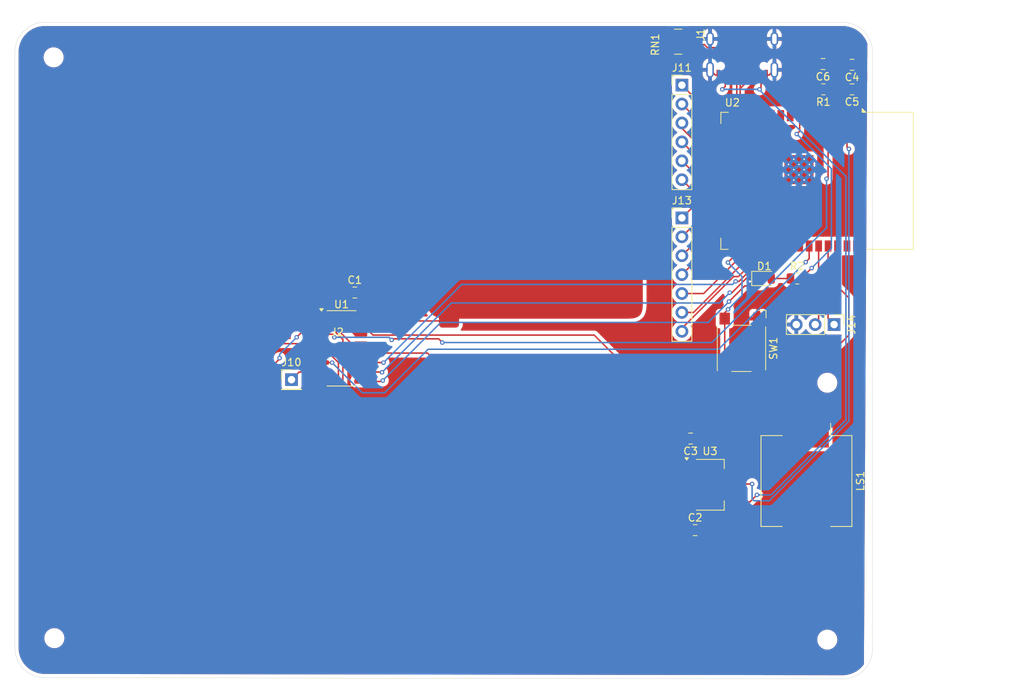
<source format=kicad_pcb>
(kicad_pcb (version 20240108) (generator "pcbnew") (generator_version "8.0")
  (layers (0 "F.Cu" signal) (31 "B.Cu" signal) (34 "B.Paste" user) (35 "F.Paste" user) (36 "B.SilkS" user "B.Silkscreen") (37 "F.SilkS" user "F.Silkscreen") (38 "B.Mask" user) (39 "F.Mask" user) (44 "Edge.Cuts" user))
  (net 0 "")
  (net 1 "VSS")
  (net 2 "VCC")
  (net 3 "+5V")
  (net 4 "Net-(U2-EN)")
  (net 5 "Net-(D1-A)")
  (net 7 "D-")
  (net 8 "D+")
  (net 10 "Net-(J1-CC1)")
  (net 11 "Net-(J1-CC2)")
  (net 12 "Net-(J2-Pin_7)")
  (net 13 "Net-(J2-Pin_8)")
  (net 14 "Net-(J2-Pin_1)")
  (net 15 "Net-(J2-Pin_3)")
  (net 16 "Net-(J2-Pin_4)")
  (net 17 "Net-(J2-Pin_6)")
  (net 18 "Net-(J2-Pin_2)")
  (net 19 "Net-(J2-Pin_5)")
  (net 20 "Net-(J10-Pin_1)")
  (net 21 "Net-(J11-Pin_1)")
  (net 22 "Net-(J11-Pin_4)")
  (net 23 "Net-(J11-Pin_6)")
  (net 24 "Net-(J11-Pin_2)")
  (net 25 "Net-(J11-Pin_3)")
  (net 26 "Net-(J11-Pin_5)")
  (net 27 "5")
  (net 28 "1")
  (net 29 "2")
  (net 30 "3")
  (net 31 "4")
  (net 32 "6")
  (net 33 "7")
  (net 34 "TX")
  (net 35 "RX")
  (net 36 "Piezo")
  (net 37 "Net-(U2-IO7)")
  (net 40 "Net-(SW1-B)")
  (net 41 "B")
  (net 42 "A")
  (net 43 "Common")
  (net 44 "Inhibit")
  (net 45 "C")
  (footprint "Connector_PinHeader_2.54mm:PinHeader_1x01_P2.54mm_Vertical" (layer "F.Cu") (at 123.145785 122.987575)
    (property "Reference" "J10")
    (property "Value" "Conn_01x01")
  )
  (footprint "Buzzer_Beeper:Buzzer_Mallory_AST1240MLQ" (layer "F.Cu") (at 192.3 136.6 -90)
    (property "Reference" "LS1")
    (property "Value" "Speaker")
  )
  (footprint "Button_Switch_SMD:SW_SPST_Omron_B3FS-100xP" (layer "F.Cu") (at 183.575 118.785 -90)
    (property "Reference" "SW1")
    (property "Value" "SW_SPST")
  )
  (footprint "Capacitor_SMD:C_0805_2012Metric" (layer "F.Cu") (at 194.525 80.6)
    (property "Reference" "C6")
    (property "Value" "C_Small")
  )
  (footprint "MountingHole:MountingHole_2.2mm_M2" (layer "F.Cu") (at 195.1 157.9)
    (property "Reference" "H3" (hide yes))
    (property "Value" "MountingHole")
  )
  (footprint "Connector_PinHeader_2.54mm:PinHeader_1x06_P2.54mm_Vertical" (layer "F.Cu") (at 175.575 83.435)
    (property "Reference" "J11")
    (property "Value" "Conn_01x06")
  )
  (footprint "MountingHole:MountingHole_2.2mm_M2" (layer "F.Cu") (at 91.2 79.7)
    (property "Reference" "H1" (hide yes))
    (property "Value" "MountingHole")
  )
  (footprint "Package_SO:SO-16_3.9x9.9mm_P1.27mm" (layer "F.Cu") (at 129.870785 118.782575)
    (property "Reference" "U1")
    (property "Value" "CD4051B")
  )
  (footprint "MountingHole:MountingHole_2.2mm_M2" (layer "F.Cu") (at 195.1 123.4)
    (property "Reference" "H4" (hide yes))
    (property "Value" "MountingHole")
  )
  (footprint "Capacitor_SMD:C_0805_2012Metric" (layer "F.Cu") (at 198.425 84 180)
    (property "Reference" "C5")
    (property "Value" "22uF")
  )
  (footprint "MountingHole:MountingHole_2.2mm_M2" (layer "F.Cu") (at 91.3 157.7)
    (property "Reference" "H2" (hide yes))
    (property "Value" "MountingHole")
  )
  (footprint "Capacitor_SMD:C_0805_2012Metric" (layer "F.Cu") (at 131.645785 111.287575)
    (property "Reference" "C1")
    (property "Value" "C_Small")
  )
  (footprint "Connector_PinHeader_2.54mm:PinHeader_1x07_P2.54mm_Vertical" (layer "F.Cu") (at 175.575 101.26)
    (property "Reference" "J13")
    (property "Value" "Conn_01x07")
  )
  (footprint "UE_USB:USB_C_Receptical-Jing" (layer "F.Cu") (at 183.675 81.3725 180)
    (property "Reference" "J1")
    (property "Value" "USB_C_Receptacle")
  )
  (footprint "Resistor_SMD:R_0805_2012Metric" (layer "F.Cu") (at 194.575 84)
    (property "Reference" "R1")
    (property "Value" "R_Small")
  )
  (footprint "Connector_PinHeader_2.54mm:PinHeader_1x03_P2.54mm_Vertical" (layer "F.Cu") (at 196.015 115.585 -90)
    (property "Reference" "J14")
    (property "Value" "Conn_01x03")
  )
  (footprint "Capacitor_SMD:C_0805_2012Metric" (layer "F.Cu") (at 176.75 130.9 180)
    (property "Reference" "C3")
    (property "Value" "10u")
  )
  (footprint "RF_Module:ESP32-S3-WROOM-1" (layer "F.Cu") (at 193.755 96.285 -90)
    (property "Reference" "U2")
    (property "Value" "ESP32-S3-WROOM-1")
  )
  (footprint "Resistor_SMD:R_0805_2012Metric" (layer "F.Cu") (at 191.0625 109.4)
    (property "Reference" "R2")
    (property "Value" "R_Small")
  )
  (footprint "Capacitor_SMD:C_0805_2012Metric" (layer "F.Cu") (at 198.425 80.7 180)
    (property "Reference" "C4")
    (property "Value" "100nF")
  )
  (footprint "Capacitor_SMD:C_0805_2012Metric" (layer "F.Cu") (at 177.35 143.2)
    (property "Reference" "C2")
    (property "Value" "10u")
  )
  (footprint "LED_SMD:LED_0805_2012Metric" (layer "F.Cu") (at 186.6375 109.4)
    (property "Reference" "D1")
    (property "Value" "LED_Small")
  )
  (footprint "Resistor_SMD:R_Array_Convex_4x0603" (layer "F.Cu") (at 175.075 77.6)
    (property "Reference" "RN1")
    (property "Value" "5.1k")
  )
  (footprint "Package_TO_SOT_SMD:SOT-223-3_TabPin2" (layer "F.Cu") (at 179.35 137.1)
    (property "Reference" "U3")
    (property "Value" "TLV1117-33")
  )
  (footprint "UE_Buttons:8CapDemo" (layer "F.Cu") (at 129.3 117.1)
    (property "Reference" "J2")
    (property "Value" "Conn_01x08")
  )
  (gr_line (start 197.171573 163.171573) (end 90 163) (stroke (width 0.05)) (layer "Edge.Cuts"))
  (gr_line (start 86 159) (end 86 79) (stroke (width 0.05)) (layer "Edge.Cuts"))
  (gr_arc (start 90 163) (mid 87.171573 161.828427) (end 86 159) (stroke (width 0.05)) (layer "Edge.Cuts"))
  (gr_line (start 201.171573 79) (end 201.171573 159.171573) (stroke (width 0.05)) (layer "Edge.Cuts"))
  (gr_arc (start 197.171573 75) (mid 200 76.171573) (end 201.171573 79) (stroke (width 0.05)) (layer "Edge.Cuts"))
  (gr_line (start 90 75) (end 197.171573 75) (stroke (width 0.05)) (layer "Edge.Cuts"))
  (gr_arc (start 86 79) (mid 87.171573 76.171573) (end 90 75) (stroke (width 0.05)) (layer "Edge.Cuts"))
  (gr_arc (start 201.171573 159.171573) (mid 200 162) (end 197.171573 163.171573) (stroke (width 0.05)) (layer "Edge.Cuts"))
  (segment (start 180.055 82.0725) (end 179.355 81.3725) (width 0.2) (layer "F.Cu") (net 1))
  (segment (start 185.7 109.4) (end 185.1 109.4) (width 0.2) (layer "F.Cu") (net 1))
  (segment (start 187.295 82.0725) (end 187.995 81.3725) (width 0.2) (layer "F.Cu") (net 1))
  (segment (start 186.75 82.0725) (end 187.295 82.0725) (width 0.2) (layer "F.Cu") (net 1))
  (segment (start 185.1 109.4) (end 184.7 109.8) (width 0.2) (layer "F.Cu") (net 1))
  (segment (start 180.6 82.0725) (end 180.055 82.0725) (width 0.2) (layer "F.Cu") (net 1))
  (via (at 184.7 109.8) (size 0.6) (drill 0.3) (layers "F.Cu" "B.Cu") (net 1))
  (segment (start 185 137) (end 182.6 137) (width 0.2) (layer "F.Cu") (net 2))
  (segment (start 177.7 135.8) (end 179 137.1) (width 0.2) (layer "F.Cu") (net 2))
  (segment (start 197.475 84) (end 197.475 84.275) (width 0.2) (layer "F.Cu") (net 2))
  (segment (start 197.745 84.545) (end 197.745 87.535) (width 0.2) (layer "F.Cu") (net 2))
  (segment (start 197.475 84.275) (end 197.745 84.545) (width 0.2) (layer "F.Cu") (net 2))
  (segment (start 194.990256 79.575) (end 194.375 80.190256) (width 0.2) (layer "F.Cu") (net 2))
  (segment (start 179 137.1) (end 182.5 137.1) (width 0.2) (layer "F.Cu") (net 2))
  (segment (start 131.270785 115.948127) (end 131.270785 114.637576) (width 0.2) (layer "F.Cu") (net 2))
  (segment (start 182.6 137) (end 182.5 137.1) (width 0.2) (layer "F.Cu") (net 2))
  (segment (start 177.7 130.9) (end 163.8 117) (width 0.2) (layer "F.Cu") (net 2))
  (segment (start 197.745 87.535) (end 197.745 91.745) (width 0.2) (layer "F.Cu") (net 2))
  (segment (start 176.2 137.1) (end 179 137.1) (width 0.2) (layer "F.Cu") (net 2))
  (segment (start 132.445785 111.437575) (end 132.595785 111.287575) (width 0.2) (layer "F.Cu") (net 2))
  (segment (start 197.745 91.745) (end 198 92) (width 0.2) (layer "F.Cu") (net 2))
  (segment (start 133.291337 116.207575) (end 131.530233 116.207575) (width 0.2) (layer "F.Cu") (net 2))
  (segment (start 197.475 80.7) (end 196.35 79.575) (width 0.2) (layer "F.Cu") (net 2))
  (segment (start 132.445785 114.337575) (end 132.445785 111.437575) (width 0.2) (layer "F.Cu") (net 2))
  (segment (start 163.8 117) (end 134.083762 117) (width 0.2) (layer "F.Cu") (net 2))
  (segment (start 196.35 79.575) (end 194.990256 79.575) (width 0.2) (layer "F.Cu") (net 2))
  (segment (start 131.530233 116.207575) (end 131.270785 115.948127) (width 0.2) (layer "F.Cu") (net 2))
  (segment (start 177.7 130.9) (end 177.7 135.8) (width 0.2) (layer "F.Cu") (net 2))
  (segment (start 197.475 80.7) (end 197.475 84) (width 0.2) (layer "F.Cu") (net 2))
  (segment (start 134.083762 117) (end 133.291337 116.207575) (width 0.2) (layer "F.Cu") (net 2))
  (segment (start 131.570786 114.337575) (end 132.445785 114.337575) (width 0.2) (layer "F.Cu") (net 2))
  (segment (start 194.375 83.2875) (end 193.6625 84) (width 0.2) (layer "F.Cu") (net 2))
  (segment (start 194.375 80.190256) (end 194.375 83.2875) (width 0.2) (layer "F.Cu") (net 2))
  (segment (start 131.270785 114.637576) (end 131.570786 114.337575) (width 0.2) (layer "F.Cu") (net 2))
  (via (at 185 137) (size 0.6) (drill 0.3) (layers "F.Cu" "B.Cu") (net 2))
  (via (at 198 92) (size 0.6) (drill 0.3) (layers "F.Cu" "B.Cu") (net 2))
  (segment (start 185 139) (end 185 137) (width 0.2) (layer "B.Cu") (net 2))
  (segment (start 198 92) (end 198 128.565686) (width 0.2) (layer "B.Cu") (net 2))
  (segment (start 198 128.565686) (end 187.317157 139.248529) (width 0.2) (layer "B.Cu") (net 2))
  (segment (start 187.317157 139.248529) (end 185.248529 139.248529) (width 0.2) (layer "B.Cu") (net 2))
  (segment (start 185.248529 139.248529) (end 185 139) (width 0.2) (layer "B.Cu") (net 2))
  (segment (start 186.2 82.0725) (end 186.2 83.8) (width 0.2) (layer "F.Cu") (net 3))
  (segment (start 181.4 83.6) (end 181.4 82.0725) (width 0.2) (layer "F.Cu") (net 3))
  (segment (start 184.709171 139.4) (end 185.65 138.459171) (width 0.2) (layer "F.Cu") (net 3))
  (segment (start 186.2 83.8) (end 186 84) (width 0.2) (layer "F.Cu") (net 3))
  (segment (start 176.2 139.4) (end 184.709171 139.4) (width 0.2) (layer "F.Cu") (net 3))
  (segment (start 181 84) (end 181.4 83.6) (width 0.2) (layer "F.Cu") (net 3))
  (segment (start 176.2 139.4) (end 176.2 143) (width 0.2) (layer "F.Cu") (net 3))
  (segment (start 176.2 143) (end 176.4 143.2) (width 0.2) (layer "F.Cu") (net 3))
  (via (at 181 84) (size 0.6) (drill 0.3) (layers "F.Cu" "B.Cu") (net 3))
  (via (at 186 84) (size 0.6) (drill 0.3) (layers "F.Cu" "B.Cu") (net 3))
  (via (at 185.65 138.459171) (size 0.6) (drill 0.3) (layers "F.Cu" "B.Cu") (net 3))
  (segment (start 181 84) (end 185.919239 84) (width 0.2) (layer "B.Cu") (net 3))
  (segment (start 186 84) (end 181 84) (width 0.2) (layer "B.Cu") (net 3))
  (segment (start 187.540829 138.459171) (end 185.65 138.459171) (width 0.2) (layer "B.Cu") (net 3))
  (segment (start 185.919239 84) (end 197.6 95.680761) (width 0.2) (layer "B.Cu") (net 3))
  (segment (start 197.6 128.4) (end 187.540829 138.459171) (width 0.2) (layer "B.Cu") (net 3))
  (segment (start 197.6 95.680761) (end 197.6 128.4) (width 0.2) (layer "B.Cu") (net 3))
  (segment (start 195.4875 84) (end 196.475 84.9875) (width 0.2) (layer "F.Cu") (net 4))
  (segment (start 195.475 83.9875) (end 195.4875 84) (width 0.2) (layer "F.Cu") (net 4))
  (segment (start 195.475 80.6) (end 195.475 83.9875) (width 0.2) (layer "F.Cu") (net 4))
  (segment (start 196.475 84.9875) (end 196.475 87.535) (width 0.2) (layer "F.Cu") (net 4))
  (segment (start 187.575 109.4) (end 190.15 109.4) (width 0.2) (layer "F.Cu") (net 5))
  (segment (start 183.4 83.147501) (end 183.4 83.885) (width 0.2) (layer "F.Cu") (net 7))
  (segment (start 184.425 82.0725) (end 184.425 82.86) (width 0.2) (layer "F.Cu") (net 7))
  (segment (start 184.425 82.86) (end 183.4 83.885) (width 0.2) (layer "F.Cu") (net 7))
  (segment (start 183.425 82.0725) (end 183.425 83.122501) (width 0.2) (layer "F.Cu") (net 7))
  (segment (start 183.365 86.474348) (end 183.365 86.825) (width 0.2) (layer "F.Cu") (net 7))
  (segment (start 183.775 87.235) (end 183.775 87.535) (width 0.2) (layer "F.Cu") (net 7))
  (segment (start 183.365 86.825) (end 183.775 87.235) (width 0.2) (layer "F.Cu") (net 7))
  (segment (start 183.425 83.122501) (end 183.4 83.147501) (width 0.2) (layer "F.Cu") (net 7))
  (segment (start 183.4 86.439348) (end 183.365 86.474348) (width 0.2) (layer "F.Cu") (net 7))
  (segment (start 183.4 83.885) (end 183.4 86.439348) (width 0.2) (layer "F.Cu") (net 7))
  (segment (start 182.925 82.0725) (end 182.925 81.235) (width 0.2) (layer "F.Cu") (net 8))
  (segment (start 182.95 83.147501) (end 182.95 86.267142) (width 0.2) (layer "F.Cu") (net 8))
  (segment (start 183.925 81.1475) (end 183.925 82.0725) (width 0.2) (layer "F.Cu") (net 8))
  (segment (start 182.915 86.825) (end 182.505 87.235) (width 0.2) (layer "F.Cu") (net 8))
  (segment (start 183.275 80.885) (end 183.6625 80.885) (width 0.2) (layer "F.Cu") (net 8))
  (segment (start 183.6625 80.885) (end 183.925 81.1475) (width 0.2) (layer "F.Cu") (net 8))
  (segment (start 182.925 82.0725) (end 182.925 83.122501) (width 0.2) (layer "F.Cu") (net 8))
  (segment (start 182.925 81.235) (end 183.275 80.885) (width 0.2) (layer "F.Cu") (net 8))
  (segment (start 182.505 87.235) (end 182.505 87.535) (width 0.2) (layer "F.Cu") (net 8))
  (segment (start 182.915 86.302142) (end 182.915 86.825) (width 0.2) (layer "F.Cu") (net 8))
  (segment (start 182.95 86.267142) (end 182.915 86.302142) (width 0.2) (layer "F.Cu") (net 8))
  (segment (start 182.925 83.122501) (end 182.95 83.147501) (width 0.2) (layer "F.Cu") (net 8))
  (segment (start 179.686371 78.4225) (end 179.708871 78.4) (width 0.2) (layer "F.Cu") (net 10))
  (segment (start 184.925 79.325) (end 184.925 82.0725) (width 0.2) (layer "F.Cu") (net 10))
  (segment (start 178.601129 78) (end 179.023629 78.4225) (width 0.2) (layer "F.Cu") (net 10))
  (segment (start 179.708871 78.4) (end 184 78.4) (width 0.2) (layer "F.Cu") (net 10))
  (segment (start 184 78.4) (end 184.925 79.325) (width 0.2) (layer "F.Cu") (net 10))
  (segment (start 175.975 78) (end 178.601129 78) (width 0.2) (layer "F.Cu") (net 10))
  (segment (start 179.023629 78.4225) (end 179.686371 78.4225) (width 0.2) (layer "F.Cu") (net 10))
  (segment (start 176.175 79) (end 181.1 79) (width 0.2) (layer "F.Cu") (net 11))
  (segment (start 181.1 79) (end 181.925 79.825) (width 0.2) (layer "F.Cu") (net 11))
  (segment (start 175.975 78.8) (end 176.175 79) (width 0.2) (layer "F.Cu") (net 11))
  (segment (start 181.925 79.825) (end 181.925 82.0725) (width 0.2) (layer "F.Cu") (net 11))
  (segment (start 115.3 123.3) (end 118.43336 123.3) (width 0.2) (layer "F.Cu") (net 12))
  (segment (start 121.345785 120.387575) (end 121.545785 120.187575) (width 0.2) (layer "F.Cu") (net 12))
  (segment (start 123.845785 117.287575) (end 125.525785 115.607575) (width 0.2) (layer "F.Cu") (net 12))
  (segment (start 118.43336 123.3) (end 121.345785 120.387575) (width 0.2) (layer "F.Cu") (net 12))
  (segment (start 125.525785 115.607575) (end 127.295785 115.607575) (width 0.2) (layer "F.Cu") (net 12))
  (segment (start 121.545785 120.187575) (end 121.545785 120.087575) (width 0.2) (layer "F.Cu") (net 12))
  (via (at 121.545785 120.087575) (size 0.6) (drill 0.3) (layers "F.Cu" "B.Cu") (net 12))
  (via (at 123.845785 117.287575) (size 0.6) (drill 0.3) (layers "F.Cu" "B.Cu") (net 12))
  (segment (start 121.545785 119.587575) (end 123.845785 117.287575) (width 0.2) (layer "B.Cu") (net 12))
  (segment (start 121.545785 120.087575) (end 121.545785 119.587575) (width 0.2) (layer "B.Cu") (net 12))
  (segment (start 127.295785 118.147575) (end 119.345606 118.147575) (width 0.2) (layer "F.Cu") (net 13))
  (segment (start 119.345606 118.147575) (end 116.300017 115.101986) (width 0.2) (layer "F.Cu") (net 13))
  (segment (start 129.545785 116.487575) (end 131.205785 118.147575) (width 0.2) (layer "F.Cu") (net 14))
  (segment (start 129.545785 107.545785) (end 129.545785 116.487575) (width 0.2) (layer "F.Cu") (net 14))
  (segment (start 131.205785 118.147575) (end 132.445785 118.147575) (width 0.2) (layer "F.Cu") (net 14))
  (segment (start 126.1 104.1) (end 129.545785 107.545785) (width 0.2) (layer "F.Cu") (net 14))
  (segment (start 132.445785 115.607575) (end 132.950791 115.102569) (width 0.2) (layer "F.Cu") (net 15))
  (segment (start 132.950791 115.102569) (end 144.3 115.102569) (width 0.2) (layer "F.Cu") (net 15))
  (segment (start 141.417575 119.417575) (end 132.445785 119.417575) (width 0.2) (layer "F.Cu") (net 16))
  (segment (start 145.3 123.3) (end 141.417575 119.417575) (width 0.2) (layer "F.Cu") (net 16))
  (segment (start 129.445785 130.754215) (end 126.1 134.1) (width 0.2) (layer "F.Cu") (net 17))
  (segment (start 127.295785 119.417575) (end 128.170784 119.417575) (width 0.2) (layer "F.Cu") (net 17))
  (segment (start 128.170784 119.417575) (end 129.445785 120.692576) (width 0.2) (layer "F.Cu") (net 17))
  (segment (start 129.445785 120.692576) (end 129.445785 130.754215) (width 0.2) (layer "F.Cu") (net 17))
  (segment (start 131.495785 112.887575) (end 130.645785 113.737575) (width 0.2) (layer "F.Cu") (net 18))
  (segment (start 130.645785 113.737575) (end 130.645785 115.952574) (width 0.2) (layer "F.Cu") (net 18))
  (segment (start 131.495785 106.904215) (end 131.495785 112.887575) (width 0.2) (layer "F.Cu") (net 18))
  (segment (start 131.570786 116.877575) (end 132.445785 116.877575) (width 0.2) (layer "F.Cu") (net 18))
  (segment (start 134.3 104.1) (end 131.495785 106.904215) (width 0.2) (layer "F.Cu") (net 18))
  (segment (start 130.645785 115.952574) (end 131.570786 116.877575) (width 0.2) (layer "F.Cu") (net 18))
  (segment (start 127.995785 114.337575) (end 127.295785 114.337575) (width 0.2) (layer "F.Cu") (net 19))
  (segment (start 130.045785 129.845785) (end 130.045785 117.587575) (width 0.2) (layer "F.Cu") (net 19))
  (segment (start 129.145785 115.487575) (end 127.995785 114.337575) (width 0.2) (layer "F.Cu") (net 19))
  (segment (start 130.045785 117.587575) (end 129.145785 116.687575) (width 0.2) (layer "F.Cu") (net 19))
  (segment (start 134.3 134.1) (end 130.045785 129.845785) (width 0.2) (layer "F.Cu") (net 19))
  (segment (start 129.145785 116.687575) (end 129.145785 115.487575) (width 0.2) (layer "F.Cu") (net 19))
  (segment (start 127.295785 121.957575) (end 124.175785 121.957575) (width 0.2) (layer "F.Cu") (net 20))
  (segment (start 124.175785 121.957575) (end 123.145785 122.987575) (width 0.2) (layer "F.Cu") (net 20))
  (segment (start 180.305 91.84) (end 181.255 91.84) (width 0.2) (layer "F.Cu") (net 21))
  (segment (start 178.7 86.56) (end 178.7 90.235) (width 0.2) (layer "F.Cu") (net 21))
  (segment (start 178.7 90.235) (end 180.305 91.84) (width 0.2) (layer "F.Cu") (net 21))
  (segment (start 175.575 83.435) (end 178.7 86.56) (width 0.2) (layer "F.Cu") (net 21))
  (segment (start 175.575 91.055) (end 180.17 95.65) (width 0.2) (layer "F.Cu") (net 22))
  (segment (start 180.17 95.65) (end 181.255 95.65) (width 0.2) (layer "F.Cu") (net 22))
  (segment (start 175.575 96.135) (end 177.63 98.19) (width 0.2) (layer "F.Cu") (net 23))
  (segment (start 177.63 98.19) (end 181.255 98.19) (width 0.2) (layer "F.Cu") (net 23))
  (segment (start 175.575 85.975) (end 178.3 88.7) (width 0.2) (layer "F.Cu") (net 24))
  (segment (start 180.305 93.11) (end 181.255 93.11) (width 0.2) (layer "F.Cu") (net 24))
  (segment (start 178.3 91.105) (end 180.305 93.11) (width 0.2) (layer "F.Cu") (net 24))
  (segment (start 178.3 88.7) (end 178.3 91.105) (width 0.2) (layer "F.Cu") (net 24))
  (segment (start 175.575 89.23) (end 180.725 94.38) (width 0.2) (layer "F.Cu") (net 25))
  (segment (start 180.725 94.38) (end 181.255 94.38) (width 0.2) (layer "F.Cu") (net 25))
  (segment (start 175.575 88.515) (end 175.575 89.23) (width 0.2) (layer "F.Cu") (net 25))
  (segment (start 178.9 96.92) (end 181.255 96.92) (width 0.2) (layer "F.Cu") (net 26))
  (segment (start 175.575 93.595) (end 178.9 96.92) (width 0.2) (layer "F.Cu") (net 26))
  (segment (start 183.775 106.144239) (end 183.775 105.035) (width 0.2) (layer "F.Cu") (net 27))
  (segment (start 178.499239 111.42) (end 183.775 106.144239) (width 0.2) (layer "F.Cu") (net 27))
  (segment (start 175.575 111.42) (end 178.499239 111.42) (width 0.2) (layer "F.Cu") (net 27))
  (segment (start 177.375 99.46) (end 181.255 99.46) (width 0.2) (layer "F.Cu") (net 28))
  (segment (start 175.575 101.26) (end 177.375 99.46) (width 0.2) (layer "F.Cu") (net 28))
  (segment (start 178.645 100.73) (end 181.255 100.73) (width 0.2) (layer "F.Cu") (net 29))
  (segment (start 175.575 103.8) (end 178.645 100.73) (width 0.2) (layer "F.Cu") (net 29))
  (segment (start 179.915 102) (end 181.255 102) (width 0.2) (layer "F.Cu") (net 30))
  (segment (start 175.575 106.34) (end 179.915 102) (width 0.2) (layer "F.Cu") (net 30))
  (segment (start 175.575 108.88) (end 181.185 103.27) (width 0.2) (layer "F.Cu") (net 31))
  (segment (start 181.185 103.27) (end 181.255 103.27) (width 0.2) (layer "F.Cu") (net 31))
  (segment (start 175.575 113.96) (end 177.135835 113.96) (width 0.2) (layer "F.Cu") (net 32))
  (segment (start 185.045 106.050835) (end 185.045 105.035) (width 0.2) (layer "F.Cu") (net 32))
  (segment (start 177.135835 113.96) (end 185.045 106.050835) (width 0.2) (layer "F.Cu") (net 32))
  (segment (start 186.315 105.985) (end 186.315 105.035) (width 0.2) (layer "F.Cu") (net 33))
  (segment (start 183.15962 109.14038) (end 186.315 105.985) (width 0.2) (layer "F.Cu") (net 33))
  (segment (start 175.575 116.5) (end 175.575 116.086521) (width 0.2) (layer "F.Cu") (net 33))
  (segment (start 175.575 116.086521) (end 182.521141 109.14038) (width 0.2) (layer "F.Cu") (net 33))
  (segment (start 182.521141 109.14038) (end 183.15962 109.14038) (width 0.2) (layer "F.Cu") (net 33))
  (segment (start 196.015 115.585) (end 195.205 114.775) (width 0.2) (layer "F.Cu") (net 34))
  (segment (start 195.205 114.775) (end 195.205 105.035) (width 0.2) (layer "F.Cu") (net 34))
  (segment (start 193.475 115.585) (end 193.935 115.125) (width 0.2) (layer "F.Cu") (net 35))
  (segment (start 193.935 115.125) (end 193.935 105.035) (width 0.2) (layer "F.Cu") (net 35))
  (segment (start 198 112) (end 196.475 110.475) (width 0.2) (layer "F.Cu") (net 36))
  (segment (start 192.3 122.7) (end 198 117) (width 0.2) (layer "F.Cu") (net 36))
  (segment (start 198 117) (end 198 112) (width 0.2) (layer "F.Cu") (net 36))
  (segment (start 192.3 130.6) (end 192.3 122.7) (width 0.2) (layer "F.Cu") (net 36))
  (segment (start 196.475 110.475) (end 196.475 105.035) (width 0.2) (layer "F.Cu") (net 36))
  (segment (start 191.975 109.025) (end 193 108) (width 0.2) (layer "F.Cu") (net 37))
  (segment (start 191 90) (end 191.395 89.605) (width 0.2) (layer "F.Cu") (net 37))
  (segment (start 191.975 109.4) (end 191.975 109.025) (width 0.2) (layer "F.Cu") (net 37))
  (segment (start 191.395 89.605) (end 191.395 87.535) (width 0.2) (layer "F.Cu") (net 37))
  (via (at 193 108) (size 0.6) (drill 0.3) (layers "F.Cu" "B.Cu") (net 37))
  (via (at 191 90) (size 0.6) (drill 0.3) (layers "F.Cu" "B.Cu") (net 37))
  (segment (start 195.65 105.35) (end 195.65 94.65) (width 0.2) (layer "B.Cu") (net 37))
  (segment (start 193 108) (end 195.65 105.35) (width 0.2) (layer "B.Cu") (net 37))
  (segment (start 195.65 94.65) (end 191 90) (width 0.2) (layer "B.Cu") (net 37))
  (segment (start 182.505 105.035) (end 182.505 106.495) (width 0.2) (layer "F.Cu") (net 40))
  (segment (start 181.325 114.785) (end 181.325 122.785) (width 0.2) (layer "F.Cu") (net 40))
  (segment (start 182.505 106.495) (end 181.75 107.25) (width 0.2) (layer "F.Cu") (net 40))
  (segment (start 181.325 114.785) (end 181.325 113.994239) (width 0.2) (layer "F.Cu") (net 40))
  (segment (start 181.325 113.994239) (end 181.772257 113.546982) (width 0.2) (layer "F.Cu") (net 40))
  (via (at 181.75 107.25) (size 0.6) (drill 0.3) (layers "F.Cu" "B.Cu") (net 40))
  (via (at 181.772257 113.546982) (size 0.6) (drill 0.3) (layers "F.Cu" "B.Cu") (net 40))
  (segment (start 181.772257 113.546982) (end 183.65 111.669239) (width 0.2) (layer "B.Cu") (net 40))
  (segment (start 183.65 111.669239) (end 183.65 109.15) (width 0.2) (layer "B.Cu") (net 40))
  (segment (start 183.65 109.15) (end 181.75 107.25) (width 0.2) (layer "B.Cu") (net 40))
  (segment (start 182 111.3) (end 182.3 111.3) (width 0.2) (layer "F.Cu") (net 41))
  (segment (start 187.3 107) (end 188.855 105.445) (width 0.2) (layer "F.Cu") (net 41))
  (segment (start 135.257575 121.957575) (end 135.3 122) (width 0.2) (layer "F.Cu") (net 41))
  (segment (start 186.6 107) (end 187.3 107) (width 0.2) (layer "F.Cu") (net 41))
  (segment (start 132.445785 121.957575) (end 135.257575 121.957575) (width 0.2) (layer "F.Cu") (net 41))
  (segment (start 188.855 105.445) (end 188.855 105.035) (width 0.2) (layer "F.Cu") (net 41))
  (segment (start 182.3 111.3) (end 186.6 107) (width 0.2) (layer "F.Cu") (net 41))
  (via (at 135.3 122) (size 0.6) (drill 0.3) (layers "F.Cu" "B.Cu") (net 41))
  (via (at 182 111.3) (size 0.6) (drill 0.3) (layers "F.Cu" "B.Cu") (net 41))
  (segment (start 135.3 122) (end 144.610002 112.689998) (width 0.2) (layer "B.Cu") (net 41))
  (segment (start 144.610002 112.689998) (end 180.610002 112.689998) (width 0.2) (layer "B.Cu") (net 41))
  (segment (start 180.610002 112.689998) (end 182 111.3) (width 0.2) (layer "B.Cu") (net 41))
  (segment (start 183.243934 109.79038) (end 182.79038 109.79038) (width 0.2) (layer "F.Cu") (net 42))
  (segment (start 132.445785 120.687575) (end 135.487575 120.687575) (width 0.2) (layer "F.Cu") (net 42))
  (segment (start 187.585 105.035) (end 187.585 105.449314) (width 0.2) (layer "F.Cu") (net 42))
  (segment (start 135.487575 120.687575) (end 135.5 120.7) (width 0.2) (layer "F.Cu") (net 42))
  (segment (start 187.585 105.449314) (end 183.243934 109.79038) (width 0.2) (layer "F.Cu") (net 42))
  (via (at 182.79038 109.79038) (size 0.6) (drill 0.3) (layers "F.Cu" "B.Cu") (net 42))
  (via (at 135.5 120.7) (size 0.6) (drill 0.3) (layers "F.Cu" "B.Cu") (net 42))
  (segment (start 182.38076 110.2) (end 182.79038 109.79038) (width 0.2) (layer "B.Cu") (net 42))
  (segment (start 146 110.2) (end 182.38076 110.2) (width 0.2) (layer "B.Cu") (net 42))
  (segment (start 135.5 120.7) (end 146 110.2) (width 0.2) (layer "B.Cu") (net 42))
  (segment (start 142.9 117.5) (end 136.75 117.5) (width 0.2) (layer "F.Cu") (net 43))
  (segment (start 195 96) (end 195.205 95.795) (width 0.2) (layer "F.Cu") (net 43))
  (segment (start 143.4 118) (end 142.9 117.5) (width 0.2) (layer "F.Cu") (net 43))
  (segment (start 128.7 117.1) (end 128.9 117.3) (width 0.2) (layer "F.Cu") (net 43))
  (segment (start 128.677575 116.877575) (end 128.7 116.9) (width 0.2) (layer "F.Cu") (net 43))
  (segment (start 195.205 95.795) (end 195.205 87.535) (width 0.2) (layer "F.Cu") (net 43))
  (segment (start 136.75 117.5) (end 136.6 117.65) (width 0.2) (layer "F.Cu") (net 43))
  (segment (start 128.7 116.9) (end 128.7 117.1) (width 0.2) (layer "F.Cu") (net 43))
  (segment (start 127.295785 116.877575) (end 128.677575 116.877575) (width 0.2) (layer "F.Cu") (net 43))
  (via (at 195 96) (size 0.6) (drill 0.3) (layers "F.Cu" "B.Cu") (net 43))
  (via (at 143.4 118) (size 0.6) (drill 0.3) (layers "F.Cu" "B.Cu") (net 43))
  (via (at 128.9 117.3) (size 0.6) (drill 0.3) (layers "F.Cu" "B.Cu") (net 43))
  (via (at 136.6 117.65) (size 0.6) (drill 0.3) (layers "F.Cu" "B.Cu") (net 43))
  (segment (start 189.8 107.8) (end 179.6 118) (width 0.2) (layer "B.Cu") (net 43))
  (segment (start 128.9 117.3) (end 136.25 117.3) (width 0.2) (layer "B.Cu") (net 43))
  (segment (start 179.6 118) (end 143.4 118) (width 0.2) (layer "B.Cu") (net 43))
  (segment (start 195 102.6) (end 195 96) (width 0.2) (layer "B.Cu") (net 43))
  (segment (start 189.8 107.8) (end 195 102.6) (width 0.2) (layer "B.Cu") (net 43))
  (segment (start 136.25 117.3) (end 136.6 117.65) (width 0.2) (layer "B.Cu") (net 43))
  (segment (start 127.295785 120.687575) (end 128.587575 120.687575) (width 0.2) (layer "F.Cu") (net 44))
  (segment (start 192.665 106.735) (end 192.665 105.035) (width 0.2) (layer "F.Cu") (net 44))
  (segment (start 128.587575 120.687575) (end 128.6 120.7) (width 0.2) (layer "F.Cu") (net 44))
  (segment (start 192.2 107.2) (end 192.665 106.735) (width 0.2) (layer "F.Cu") (net 44))
  (via (at 192.2 107.2) (size 0.6) (drill 0.3) (layers "F.Cu" "B.Cu") (net 44))
  (via (at 128.6 120.7) (size 0.6) (drill 0.3) (layers "F.Cu" "B.Cu") (net 44))
  (segment (start 141.5 118.9) (end 180.5 118.9) (width 0.2) (layer "B.Cu") (net 44))
  (segment (start 180.5 118.9) (end 192.2 107.2) (width 0.2) (layer "B.Cu") (net 44))
  (segment (start 135.65 124.75) (end 141.5 118.9) (width 0.2) (layer "B.Cu") (net 44))
  (segment (start 128.6 120.7) (end 132.65 124.75) (width 0.2) (layer "B.Cu") (net 44))
  (segment (start 132.65 124.75) (end 135.65 124.75) (width 0.2) (layer "B.Cu") (net 44))
  (segment (start 135.272425 123.227575) (end 135.4 123.1) (width 0.2) (layer "F.Cu") (net 45))
  (segment (start 186.6 109.975732) (end 186.6 108.885) (width 0.2) (layer "F.Cu") (net 45))
  (segment (start 189.4 106.085) (end 189.605 106.085) (width 0.2) (layer "F.Cu") (net 45))
  (segment (start 189.605 106.085) (end 190.125 105.565) (width 0.2) (layer "F.Cu") (net 45))
  (segment (start 186.175732 110.4) (end 186.6 109.975732) (width 0.2) (layer "F.Cu") (net 45))
  (segment (start 132.445785 123.227575) (end 135.272425 123.227575) (width 0.2) (layer "F.Cu") (net 45))
  (segment (start 181.9 112.5) (end 184 110.4) (width 0.2) (layer "F.Cu") (net 45))
  (segment (start 184 110.4) (end 186.175732 110.4) (width 0.2) (layer "F.Cu") (net 45))
  (segment (start 186.6 108.885) (end 189.4 106.085) (width 0.2) (layer "F.Cu") (net 45))
  (segment (start 190.125 105.565) (end 190.125 105.035) (width 0.2) (layer "F.Cu") (net 45))
  (via (at 135.4 123.1) (size 0.6) (drill 0.3) (layers "F.Cu" "B.Cu") (net 45))
  (via (at 181.9 112.5) (size 0.6) (drill 0.3) (layers "F.Cu" "B.Cu") (net 45))
  (segment (start 135.4 123.1) (end 143.2 115.3) (width 0.2) (layer "B.Cu") (net 45))
  (segment (start 179.1 115.3) (end 181.9 112.5) (width 0.2) (layer "B.Cu") (net 45))
  (segment (start 172 115.3) (end 179.1 115.3) (width 0.2) (layer "B.Cu") (net 45))
  (segment (start 143.2 115.3) (end 172 115.3) (width 0.2) (layer "B.Cu") (net 45))
  (zone (net 1) (net_name "VSS") (layers "F&B.Cu") (connect_pads (clearance 0.5)) (min_thickness 0.25) (fill yes (thermal_gap 0.5) (thermal_bridge_width 0.5))
    (polygon (pts (xy 84 72) (xy 200.505 72.285) (xy 200 164) (xy 84 164)))
  )
)
</source>
